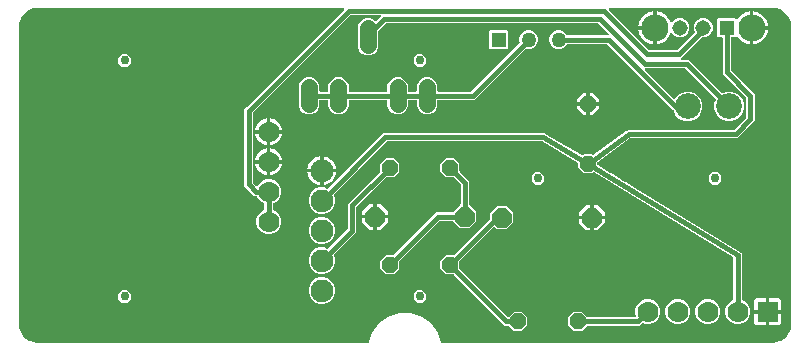
<source format=gbr>
G04 EAGLE Gerber RS-274X export*
G75*
%MOMM*%
%FSLAX34Y34*%
%LPD*%
%INTop Copper*%
%IPPOS*%
%AMOC8*
5,1,8,0,0,1.08239X$1,22.5*%
G01*
%ADD10P,1.429621X8X112.500000*%
%ADD11P,1.429621X8X22.500000*%
%ADD12P,1.429621X8X382.400000*%
%ADD13C,1.778000*%
%ADD14C,1.408000*%
%ADD15C,1.930400*%
%ADD16P,1.814519X8X22.500000*%
%ADD17P,1.814519X8X202.500000*%
%ADD18R,1.778000X1.778000*%
%ADD19C,2.184400*%
%ADD20R,1.268000X1.268000*%
%ADD21C,1.268000*%
%ADD22C,2.300000*%
%ADD23R,1.308000X1.308000*%
%ADD24C,1.308000*%
%ADD25C,0.406400*%
%ADD26C,0.756400*%

G36*
X306381Y10927D02*
X306381Y10927D01*
X306405Y10924D01*
X306502Y10946D01*
X306600Y10962D01*
X306621Y10974D01*
X306644Y10979D01*
X306730Y11031D01*
X306817Y11078D01*
X306834Y11095D01*
X306854Y11107D01*
X306918Y11184D01*
X306987Y11256D01*
X306997Y11278D01*
X307012Y11296D01*
X307081Y11449D01*
X309604Y19214D01*
X315362Y27138D01*
X323286Y32896D01*
X332602Y35923D01*
X342398Y35923D01*
X351714Y32896D01*
X359638Y27138D01*
X365396Y19214D01*
X367919Y11449D01*
X367930Y11428D01*
X367935Y11404D01*
X367986Y11319D01*
X368032Y11230D01*
X368049Y11214D01*
X368061Y11193D01*
X368137Y11128D01*
X368208Y11059D01*
X368230Y11049D01*
X368248Y11033D01*
X368340Y10996D01*
X368430Y10953D01*
X368454Y10950D01*
X368476Y10941D01*
X368643Y10923D01*
X650000Y10923D01*
X650018Y10926D01*
X650050Y10924D01*
X651788Y11038D01*
X651811Y11044D01*
X651935Y11063D01*
X655293Y11962D01*
X655307Y11969D01*
X655323Y11971D01*
X655476Y12038D01*
X658487Y13776D01*
X658499Y13786D01*
X658514Y13793D01*
X658645Y13897D01*
X661103Y16355D01*
X661112Y16368D01*
X661124Y16378D01*
X661224Y16513D01*
X662962Y19524D01*
X662967Y19538D01*
X662977Y19551D01*
X663038Y19707D01*
X663937Y23065D01*
X663940Y23089D01*
X663962Y23212D01*
X664076Y24950D01*
X664074Y24969D01*
X664077Y25000D01*
X664077Y280000D01*
X664074Y280019D01*
X664076Y280050D01*
X663962Y281788D01*
X663956Y281811D01*
X663937Y281935D01*
X663038Y285293D01*
X663031Y285307D01*
X663029Y285323D01*
X662962Y285476D01*
X661224Y288487D01*
X661214Y288499D01*
X661207Y288514D01*
X661103Y288645D01*
X658645Y291103D01*
X658632Y291112D01*
X658622Y291124D01*
X658487Y291224D01*
X655476Y292962D01*
X655462Y292967D01*
X655449Y292977D01*
X655293Y293038D01*
X651935Y293937D01*
X651911Y293940D01*
X651788Y293962D01*
X650050Y294076D01*
X650031Y294074D01*
X650000Y294077D01*
X510498Y294077D01*
X510427Y294066D01*
X510356Y294064D01*
X510307Y294046D01*
X510255Y294038D01*
X510192Y294004D01*
X510125Y293979D01*
X510084Y293947D01*
X510038Y293922D01*
X509989Y293870D01*
X509933Y293826D01*
X509904Y293782D01*
X509869Y293744D01*
X509838Y293679D01*
X509800Y293619D01*
X509787Y293568D01*
X509765Y293521D01*
X509757Y293450D01*
X509740Y293380D01*
X509744Y293328D01*
X509738Y293277D01*
X509753Y293206D01*
X509759Y293135D01*
X509779Y293087D01*
X509790Y293036D01*
X509827Y292975D01*
X509855Y292909D01*
X509900Y292853D01*
X509916Y292825D01*
X509934Y292810D01*
X509960Y292778D01*
X544014Y258724D01*
X544088Y258671D01*
X544157Y258611D01*
X544187Y258599D01*
X544214Y258580D01*
X544301Y258553D01*
X544385Y258519D01*
X544426Y258515D01*
X544449Y258508D01*
X544481Y258509D01*
X544552Y258501D01*
X567433Y258501D01*
X567523Y258515D01*
X567614Y258523D01*
X567644Y258535D01*
X567676Y258540D01*
X567757Y258583D01*
X567841Y258619D01*
X567873Y258645D01*
X567893Y258656D01*
X567916Y258679D01*
X567972Y258724D01*
X582515Y273267D01*
X582584Y273362D01*
X582653Y273456D01*
X582655Y273462D01*
X582659Y273467D01*
X582693Y273579D01*
X582729Y273690D01*
X582729Y273696D01*
X582731Y273702D01*
X582728Y273819D01*
X582727Y273936D01*
X582725Y273943D01*
X582725Y273948D01*
X582718Y273966D01*
X582680Y274097D01*
X581935Y275896D01*
X581935Y279104D01*
X583163Y282068D01*
X585432Y284337D01*
X588396Y285565D01*
X591604Y285565D01*
X594568Y284337D01*
X596837Y282068D01*
X598065Y279104D01*
X598065Y275896D01*
X596837Y272932D01*
X594568Y270663D01*
X591604Y269435D01*
X589059Y269435D01*
X588968Y269421D01*
X588878Y269413D01*
X588848Y269401D01*
X588816Y269396D01*
X588735Y269353D01*
X588651Y269317D01*
X588619Y269291D01*
X588598Y269280D01*
X588576Y269257D01*
X588520Y269212D01*
X573002Y253694D01*
X571020Y251712D01*
X570978Y251654D01*
X570929Y251602D01*
X570907Y251555D01*
X570877Y251513D01*
X570856Y251444D01*
X570825Y251379D01*
X570820Y251327D01*
X570804Y251277D01*
X570806Y251206D01*
X570798Y251135D01*
X570809Y251084D01*
X570811Y251032D01*
X570835Y250964D01*
X570850Y250894D01*
X570877Y250849D01*
X570895Y250801D01*
X570940Y250745D01*
X570977Y250683D01*
X571016Y250649D01*
X571049Y250609D01*
X571109Y250570D01*
X571164Y250523D01*
X571212Y250504D01*
X571256Y250476D01*
X571325Y250458D01*
X571392Y250431D01*
X571463Y250423D01*
X571494Y250415D01*
X571518Y250417D01*
X571558Y250413D01*
X577623Y250413D01*
X579930Y248106D01*
X605587Y222449D01*
X605681Y222382D01*
X605775Y222311D01*
X605781Y222309D01*
X605786Y222306D01*
X605897Y222272D01*
X606009Y222235D01*
X606016Y222235D01*
X606022Y222233D01*
X606138Y222236D01*
X606255Y222237D01*
X606262Y222240D01*
X606267Y222240D01*
X606285Y222246D01*
X606416Y222284D01*
X609440Y223537D01*
X614392Y223537D01*
X618967Y221642D01*
X622468Y218141D01*
X624363Y213566D01*
X624363Y208614D01*
X622468Y204039D01*
X618967Y200538D01*
X614392Y198643D01*
X609440Y198643D01*
X604865Y200538D01*
X601364Y204039D01*
X599469Y208614D01*
X599469Y213566D01*
X600722Y216590D01*
X600748Y216703D01*
X600777Y216817D01*
X600777Y216823D01*
X600778Y216829D01*
X600767Y216946D01*
X600758Y217062D01*
X600755Y217068D01*
X600755Y217074D01*
X600707Y217182D01*
X600662Y217288D01*
X600657Y217294D01*
X600655Y217299D01*
X600642Y217313D01*
X600557Y217419D01*
X574900Y243076D01*
X574826Y243129D01*
X574756Y243189D01*
X574726Y243201D01*
X574700Y243220D01*
X574613Y243247D01*
X574528Y243281D01*
X574487Y243285D01*
X574465Y243292D01*
X574433Y243291D01*
X574361Y243299D01*
X541069Y243299D01*
X540998Y243288D01*
X540926Y243286D01*
X540877Y243268D01*
X540826Y243260D01*
X540762Y243226D01*
X540695Y243201D01*
X540654Y243169D01*
X540608Y243144D01*
X540559Y243092D01*
X540503Y243048D01*
X540475Y243004D01*
X540439Y242966D01*
X540409Y242901D01*
X540370Y242841D01*
X540357Y242790D01*
X540335Y242743D01*
X540327Y242672D01*
X540310Y242602D01*
X540314Y242550D01*
X540308Y242499D01*
X540324Y242428D01*
X540329Y242357D01*
X540349Y242309D01*
X540361Y242258D01*
X540397Y242197D01*
X540425Y242131D01*
X540470Y242075D01*
X540487Y242047D01*
X540505Y242032D01*
X540530Y242000D01*
X564980Y217550D01*
X565017Y217523D01*
X565049Y217489D01*
X565117Y217452D01*
X565180Y217406D01*
X565224Y217393D01*
X565264Y217371D01*
X565341Y217357D01*
X565415Y217334D01*
X565461Y217335D01*
X565506Y217327D01*
X565583Y217338D01*
X565661Y217340D01*
X565704Y217356D01*
X565749Y217363D01*
X565819Y217398D01*
X565892Y217425D01*
X565928Y217453D01*
X565969Y217474D01*
X566023Y217530D01*
X566084Y217578D01*
X566109Y217617D01*
X566141Y217650D01*
X566207Y217769D01*
X566217Y217785D01*
X566218Y217790D01*
X566222Y217797D01*
X566364Y218141D01*
X569865Y221642D01*
X574440Y223537D01*
X579392Y223537D01*
X583967Y221642D01*
X587468Y218141D01*
X589363Y213566D01*
X589363Y208614D01*
X587468Y204039D01*
X583967Y200538D01*
X579392Y198643D01*
X574440Y198643D01*
X569865Y200538D01*
X566364Y204039D01*
X564961Y207427D01*
X564926Y207483D01*
X564901Y207543D01*
X564849Y207608D01*
X564831Y207636D01*
X564816Y207649D01*
X564796Y207674D01*
X563720Y208750D01*
X508800Y263670D01*
X508726Y263723D01*
X508656Y263783D01*
X508626Y263795D01*
X508600Y263814D01*
X508513Y263841D01*
X508428Y263875D01*
X508387Y263879D01*
X508365Y263886D01*
X508333Y263885D01*
X508261Y263893D01*
X475100Y263893D01*
X474985Y263874D01*
X474869Y263857D01*
X474864Y263855D01*
X474857Y263854D01*
X474755Y263799D01*
X474650Y263746D01*
X474646Y263741D01*
X474640Y263738D01*
X474560Y263654D01*
X474478Y263570D01*
X474474Y263564D01*
X474471Y263560D01*
X474463Y263543D01*
X474397Y263423D01*
X474219Y262995D01*
X472007Y260783D01*
X469116Y259585D01*
X465988Y259585D01*
X463097Y260783D01*
X460885Y262995D01*
X459687Y265886D01*
X459687Y269014D01*
X460885Y271905D01*
X463097Y274117D01*
X465988Y275315D01*
X469116Y275315D01*
X472007Y274117D01*
X474219Y271905D01*
X474397Y271477D01*
X474458Y271377D01*
X474518Y271277D01*
X474523Y271273D01*
X474526Y271268D01*
X474617Y271193D01*
X474705Y271117D01*
X474711Y271115D01*
X474716Y271111D01*
X474824Y271069D01*
X474933Y271025D01*
X474941Y271024D01*
X474946Y271023D01*
X474964Y271022D01*
X475100Y271007D01*
X509430Y271007D01*
X509501Y271018D01*
X509573Y271020D01*
X509622Y271038D01*
X509673Y271046D01*
X509736Y271080D01*
X509804Y271105D01*
X509844Y271137D01*
X509890Y271162D01*
X509940Y271214D01*
X509996Y271258D01*
X510024Y271302D01*
X510060Y271340D01*
X510090Y271405D01*
X510129Y271465D01*
X510142Y271516D01*
X510163Y271563D01*
X510171Y271634D01*
X510189Y271704D01*
X510185Y271756D01*
X510191Y271807D01*
X510175Y271878D01*
X510170Y271949D01*
X510149Y271997D01*
X510138Y272048D01*
X510101Y272109D01*
X510073Y272175D01*
X510029Y272231D01*
X510012Y272259D01*
X509994Y272274D01*
X509969Y272306D01*
X501055Y281220D01*
X500981Y281273D01*
X500911Y281333D01*
X500881Y281345D01*
X500855Y281364D01*
X500768Y281391D01*
X500683Y281425D01*
X500642Y281429D01*
X500620Y281436D01*
X500588Y281435D01*
X500516Y281443D01*
X321789Y281443D01*
X321698Y281429D01*
X321608Y281421D01*
X321578Y281409D01*
X321546Y281404D01*
X321465Y281361D01*
X321381Y281325D01*
X321349Y281299D01*
X321328Y281288D01*
X321306Y281265D01*
X321250Y281220D01*
X314970Y274940D01*
X314917Y274866D01*
X314857Y274796D01*
X314845Y274766D01*
X314826Y274740D01*
X314799Y274653D01*
X314765Y274568D01*
X314761Y274527D01*
X314754Y274505D01*
X314755Y274473D01*
X314747Y274401D01*
X314747Y261211D01*
X313443Y258063D01*
X311034Y255654D01*
X307886Y254350D01*
X304478Y254350D01*
X301330Y255654D01*
X298921Y258063D01*
X297617Y261211D01*
X297617Y278699D01*
X298921Y281847D01*
X301330Y284256D01*
X304478Y285560D01*
X307886Y285560D01*
X311034Y284256D01*
X312091Y283198D01*
X312108Y283186D01*
X312120Y283171D01*
X312207Y283115D01*
X312291Y283054D01*
X312310Y283049D01*
X312327Y283038D01*
X312427Y283012D01*
X312526Y282982D01*
X312546Y282983D01*
X312565Y282978D01*
X312668Y282986D01*
X312772Y282988D01*
X312791Y282995D01*
X312811Y282997D01*
X312906Y283037D01*
X313003Y283073D01*
X313019Y283085D01*
X313037Y283093D01*
X313168Y283198D01*
X317160Y287190D01*
X317202Y287248D01*
X317251Y287300D01*
X317273Y287347D01*
X317303Y287389D01*
X317324Y287458D01*
X317355Y287523D01*
X317360Y287575D01*
X317376Y287625D01*
X317374Y287696D01*
X317382Y287767D01*
X317371Y287818D01*
X317369Y287870D01*
X317345Y287938D01*
X317329Y288008D01*
X317303Y288052D01*
X317285Y288101D01*
X317240Y288157D01*
X317203Y288219D01*
X317164Y288253D01*
X317131Y288293D01*
X317071Y288332D01*
X317016Y288379D01*
X316968Y288398D01*
X316924Y288426D01*
X316855Y288444D01*
X316788Y288471D01*
X316717Y288479D01*
X316686Y288487D01*
X316662Y288485D01*
X316621Y288489D01*
X291789Y288489D01*
X291698Y288475D01*
X291608Y288467D01*
X291578Y288455D01*
X291546Y288450D01*
X291465Y288407D01*
X291381Y288371D01*
X291349Y288345D01*
X291328Y288334D01*
X291306Y288311D01*
X291250Y288266D01*
X208780Y205796D01*
X208727Y205722D01*
X208667Y205652D01*
X208655Y205622D01*
X208636Y205596D01*
X208609Y205509D01*
X208575Y205424D01*
X208571Y205383D01*
X208564Y205361D01*
X208565Y205329D01*
X208557Y205257D01*
X208557Y146789D01*
X208571Y146698D01*
X208579Y146608D01*
X208591Y146578D01*
X208596Y146546D01*
X208639Y146465D01*
X208675Y146381D01*
X208701Y146349D01*
X208712Y146328D01*
X208735Y146306D01*
X208780Y146250D01*
X211571Y143459D01*
X211608Y143433D01*
X211639Y143399D01*
X211707Y143361D01*
X211770Y143316D01*
X211814Y143302D01*
X211854Y143280D01*
X211931Y143266D01*
X212005Y143243D01*
X212051Y143245D01*
X212096Y143237D01*
X212173Y143248D01*
X212251Y143250D01*
X212294Y143266D01*
X212340Y143272D01*
X212409Y143308D01*
X212482Y143334D01*
X212518Y143363D01*
X212559Y143384D01*
X212614Y143439D01*
X212674Y143488D01*
X212699Y143527D01*
X212731Y143559D01*
X212797Y143679D01*
X212807Y143695D01*
X212809Y143700D01*
X212812Y143706D01*
X213182Y144600D01*
X216112Y147530D01*
X219940Y149115D01*
X224083Y149115D01*
X227911Y147530D01*
X230841Y144600D01*
X232426Y140772D01*
X232426Y136629D01*
X230841Y132801D01*
X227911Y129871D01*
X226038Y129096D01*
X225939Y129034D01*
X225839Y128974D01*
X225834Y128969D01*
X225829Y128966D01*
X225755Y128876D01*
X225679Y128787D01*
X225676Y128781D01*
X225672Y128776D01*
X225631Y128668D01*
X225587Y128559D01*
X225586Y128551D01*
X225584Y128547D01*
X225583Y128529D01*
X225568Y128392D01*
X225568Y123609D01*
X225587Y123494D01*
X225604Y123378D01*
X225607Y123372D01*
X225608Y123366D01*
X225662Y123263D01*
X225716Y123159D01*
X225720Y123154D01*
X225723Y123149D01*
X225807Y123069D01*
X225891Y122986D01*
X225898Y122983D01*
X225901Y122979D01*
X225918Y122971D01*
X226038Y122905D01*
X227911Y122130D01*
X230841Y119200D01*
X232426Y115372D01*
X232426Y111229D01*
X230841Y107401D01*
X227911Y104471D01*
X224083Y102886D01*
X219940Y102886D01*
X216112Y104471D01*
X213182Y107401D01*
X211597Y111229D01*
X211597Y115372D01*
X213182Y119200D01*
X216112Y122130D01*
X217985Y122905D01*
X218084Y122967D01*
X218184Y123027D01*
X218189Y123032D01*
X218194Y123035D01*
X218268Y123125D01*
X218344Y123214D01*
X218347Y123220D01*
X218351Y123225D01*
X218392Y123333D01*
X218436Y123442D01*
X218437Y123450D01*
X218439Y123454D01*
X218440Y123472D01*
X218455Y123609D01*
X218455Y128392D01*
X218436Y128507D01*
X218419Y128623D01*
X218416Y128629D01*
X218415Y128635D01*
X218361Y128738D01*
X218307Y128842D01*
X218303Y128847D01*
X218300Y128852D01*
X218216Y128932D01*
X218132Y129015D01*
X218125Y129018D01*
X218122Y129022D01*
X218105Y129030D01*
X217985Y129096D01*
X216112Y129871D01*
X213182Y132801D01*
X212407Y134674D01*
X212345Y134773D01*
X212285Y134873D01*
X212280Y134878D01*
X212277Y134883D01*
X212187Y134957D01*
X212098Y135033D01*
X212092Y135036D01*
X212087Y135040D01*
X211979Y135081D01*
X211870Y135125D01*
X211862Y135126D01*
X211858Y135128D01*
X211840Y135129D01*
X211703Y135144D01*
X209826Y135144D01*
X201443Y143527D01*
X201443Y208519D01*
X203750Y210826D01*
X285702Y292778D01*
X285744Y292836D01*
X285793Y292888D01*
X285815Y292935D01*
X285845Y292977D01*
X285866Y293046D01*
X285897Y293111D01*
X285902Y293163D01*
X285918Y293213D01*
X285916Y293284D01*
X285924Y293355D01*
X285913Y293406D01*
X285911Y293458D01*
X285887Y293526D01*
X285871Y293596D01*
X285845Y293640D01*
X285827Y293689D01*
X285782Y293745D01*
X285745Y293807D01*
X285706Y293841D01*
X285673Y293881D01*
X285613Y293920D01*
X285558Y293967D01*
X285510Y293986D01*
X285466Y294014D01*
X285397Y294032D01*
X285330Y294059D01*
X285259Y294067D01*
X285228Y294075D01*
X285204Y294073D01*
X285163Y294077D01*
X25000Y294077D01*
X24981Y294074D01*
X24950Y294076D01*
X23212Y293962D01*
X23189Y293956D01*
X23065Y293937D01*
X19707Y293038D01*
X19693Y293031D01*
X19677Y293029D01*
X19524Y292962D01*
X16513Y291224D01*
X16501Y291214D01*
X16486Y291207D01*
X16355Y291103D01*
X13897Y288645D01*
X13888Y288632D01*
X13876Y288622D01*
X13776Y288487D01*
X12038Y285476D01*
X12033Y285462D01*
X12023Y285449D01*
X11962Y285293D01*
X11063Y281935D01*
X11060Y281911D01*
X11038Y281788D01*
X10924Y280050D01*
X10926Y280031D01*
X10923Y280000D01*
X10923Y25000D01*
X10926Y24982D01*
X10924Y24950D01*
X11038Y23212D01*
X11044Y23189D01*
X11063Y23065D01*
X11962Y19707D01*
X11969Y19693D01*
X11971Y19677D01*
X12038Y19524D01*
X13776Y16513D01*
X13786Y16501D01*
X13793Y16486D01*
X13897Y16355D01*
X16355Y13897D01*
X16368Y13888D01*
X16378Y13876D01*
X16513Y13776D01*
X19524Y12038D01*
X19538Y12033D01*
X19551Y12023D01*
X19707Y11962D01*
X23065Y11063D01*
X23089Y11060D01*
X23212Y11038D01*
X24950Y10924D01*
X24969Y10926D01*
X25000Y10923D01*
X306357Y10923D01*
X306381Y10927D01*
G37*
%LPC*%
G36*
X616974Y26685D02*
X616974Y26685D01*
X613146Y28271D01*
X610217Y31200D01*
X608631Y35028D01*
X608631Y39172D01*
X610217Y43000D01*
X613146Y45929D01*
X615019Y46705D01*
X615119Y46766D01*
X615219Y46826D01*
X615223Y46831D01*
X615228Y46835D01*
X615303Y46925D01*
X615379Y47013D01*
X615381Y47019D01*
X615385Y47024D01*
X615427Y47132D01*
X615471Y47242D01*
X615472Y47249D01*
X615473Y47254D01*
X615474Y47272D01*
X615489Y47408D01*
X615489Y82379D01*
X615480Y82436D01*
X615480Y82494D01*
X615460Y82557D01*
X615450Y82622D01*
X615422Y82673D01*
X615404Y82728D01*
X615365Y82781D01*
X615334Y82839D01*
X615292Y82879D01*
X615258Y82925D01*
X615179Y82986D01*
X615156Y83008D01*
X615143Y83014D01*
X615125Y83028D01*
X497334Y155085D01*
X497285Y155106D01*
X497240Y155135D01*
X497171Y155152D01*
X497106Y155178D01*
X497053Y155182D01*
X497001Y155195D01*
X496931Y155189D01*
X496861Y155193D01*
X496809Y155180D01*
X496756Y155175D01*
X496691Y155148D01*
X496623Y155130D01*
X496579Y155100D01*
X496530Y155079D01*
X496443Y155009D01*
X496418Y154993D01*
X496412Y154985D01*
X496399Y154974D01*
X495644Y154220D01*
X488910Y154220D01*
X484148Y158981D01*
X484148Y162608D01*
X484138Y162670D01*
X484138Y162733D01*
X484118Y162791D01*
X484109Y162851D01*
X484079Y162906D01*
X484059Y162966D01*
X484022Y163015D01*
X483993Y163068D01*
X483948Y163112D01*
X483910Y163162D01*
X483839Y163215D01*
X483815Y163238D01*
X483799Y163245D01*
X483776Y163263D01*
X453360Y181336D01*
X453249Y181380D01*
X453138Y181425D01*
X453134Y181425D01*
X453131Y181426D01*
X453119Y181427D01*
X452971Y181443D01*
X322646Y181443D01*
X322556Y181429D01*
X322465Y181421D01*
X322435Y181409D01*
X322403Y181404D01*
X322323Y181361D01*
X322239Y181325D01*
X322207Y181299D01*
X322186Y181288D01*
X322185Y181288D01*
X322164Y181265D01*
X322108Y181220D01*
X277380Y136492D01*
X277312Y136398D01*
X277242Y136304D01*
X277240Y136298D01*
X277236Y136292D01*
X277202Y136182D01*
X277166Y136070D01*
X277166Y136063D01*
X277164Y136057D01*
X277167Y135941D01*
X277168Y135824D01*
X277170Y135817D01*
X277170Y135812D01*
X277177Y135794D01*
X277215Y135663D01*
X278169Y133358D01*
X278169Y128912D01*
X276468Y124804D01*
X273324Y121660D01*
X269216Y119958D01*
X264769Y119958D01*
X260661Y121660D01*
X257517Y124804D01*
X255816Y128912D01*
X255816Y133358D01*
X257517Y137466D01*
X260661Y140610D01*
X264769Y142312D01*
X269216Y142312D01*
X271520Y141357D01*
X271634Y141331D01*
X271747Y141302D01*
X271754Y141302D01*
X271760Y141301D01*
X271876Y141312D01*
X271992Y141321D01*
X271998Y141324D01*
X272004Y141324D01*
X272112Y141372D01*
X272219Y141417D01*
X272225Y141422D01*
X272229Y141424D01*
X272243Y141437D01*
X272350Y141522D01*
X319384Y188557D01*
X453616Y188557D01*
X453627Y188559D01*
X453638Y188557D01*
X453804Y188580D01*
X454707Y188810D01*
X454954Y188664D01*
X455066Y188620D01*
X455176Y188575D01*
X455181Y188575D01*
X455183Y188574D01*
X455195Y188573D01*
X455343Y188557D01*
X455630Y188557D01*
X456290Y187897D01*
X456298Y187891D01*
X456305Y187882D01*
X456439Y187781D01*
X487153Y169531D01*
X487198Y169513D01*
X487239Y169487D01*
X487311Y169468D01*
X487382Y169441D01*
X487430Y169439D01*
X487477Y169427D01*
X487552Y169433D01*
X487627Y169429D01*
X487674Y169442D01*
X487722Y169446D01*
X487792Y169475D01*
X487864Y169496D01*
X487904Y169523D01*
X487949Y169542D01*
X488048Y169621D01*
X488067Y169634D01*
X488071Y169640D01*
X488080Y169647D01*
X488910Y170477D01*
X495644Y170477D01*
X495966Y170156D01*
X496032Y170108D01*
X496092Y170054D01*
X496131Y170037D01*
X496165Y170012D01*
X496243Y169988D01*
X496317Y169956D01*
X496360Y169952D01*
X496401Y169940D01*
X496482Y169942D01*
X496562Y169935D01*
X496604Y169945D01*
X496646Y169946D01*
X496723Y169974D01*
X496801Y169993D01*
X496850Y170021D01*
X496877Y170030D01*
X496900Y170048D01*
X496948Y170075D01*
X524986Y190184D01*
X525009Y190208D01*
X525081Y190265D01*
X525873Y191057D01*
X525958Y191057D01*
X525987Y191061D01*
X526016Y191059D01*
X526108Y191081D01*
X526200Y191096D01*
X526226Y191110D01*
X526255Y191117D01*
X526401Y191199D01*
X526470Y191249D01*
X527576Y191067D01*
X527608Y191067D01*
X527699Y191057D01*
X615711Y191057D01*
X615802Y191071D01*
X615892Y191079D01*
X615922Y191091D01*
X615954Y191096D01*
X616035Y191139D01*
X616119Y191175D01*
X616151Y191201D01*
X616172Y191212D01*
X616194Y191235D01*
X616250Y191280D01*
X626220Y201250D01*
X626273Y201324D01*
X626333Y201394D01*
X626345Y201424D01*
X626364Y201450D01*
X626391Y201537D01*
X626425Y201622D01*
X626429Y201663D01*
X626436Y201685D01*
X626435Y201717D01*
X626443Y201789D01*
X626443Y218211D01*
X626429Y218302D01*
X626421Y218392D01*
X626409Y218422D01*
X626404Y218454D01*
X626361Y218535D01*
X626325Y218619D01*
X626299Y218651D01*
X626288Y218672D01*
X626265Y218694D01*
X626220Y218750D01*
X606443Y238527D01*
X606443Y268674D01*
X606440Y268694D01*
X606442Y268713D01*
X606420Y268815D01*
X606404Y268917D01*
X606394Y268934D01*
X606390Y268954D01*
X606337Y269043D01*
X606288Y269134D01*
X606274Y269148D01*
X606264Y269165D01*
X606185Y269232D01*
X606110Y269304D01*
X606092Y269312D01*
X606077Y269325D01*
X605981Y269364D01*
X605887Y269407D01*
X605867Y269409D01*
X605849Y269417D01*
X605682Y269435D01*
X602828Y269435D01*
X601935Y270328D01*
X601935Y284672D01*
X602828Y285565D01*
X617172Y285565D01*
X617892Y284844D01*
X617957Y284798D01*
X618016Y284744D01*
X618056Y284726D01*
X618092Y284700D01*
X618168Y284677D01*
X618241Y284645D01*
X618285Y284641D01*
X618327Y284628D01*
X618407Y284630D01*
X618486Y284623D01*
X618529Y284633D01*
X618573Y284634D01*
X618648Y284662D01*
X618725Y284680D01*
X618762Y284704D01*
X618804Y284719D01*
X618866Y284769D01*
X618933Y284811D01*
X618973Y284854D01*
X618996Y284873D01*
X619011Y284896D01*
X619046Y284935D01*
X620290Y286647D01*
X621853Y288210D01*
X623641Y289509D01*
X625610Y290512D01*
X627712Y291195D01*
X629477Y291475D01*
X629477Y278262D01*
X629480Y278242D01*
X629478Y278223D01*
X629500Y278121D01*
X629517Y278019D01*
X629526Y278002D01*
X629530Y277982D01*
X629583Y277893D01*
X629632Y277802D01*
X629646Y277788D01*
X629656Y277771D01*
X629735Y277704D01*
X629810Y277633D01*
X629828Y277624D01*
X629843Y277611D01*
X629939Y277573D01*
X630033Y277529D01*
X630053Y277527D01*
X630071Y277519D01*
X630238Y277501D01*
X631001Y277501D01*
X631001Y277499D01*
X630238Y277499D01*
X630218Y277496D01*
X630199Y277498D01*
X630097Y277476D01*
X629995Y277459D01*
X629978Y277450D01*
X629958Y277446D01*
X629869Y277393D01*
X629778Y277344D01*
X629764Y277330D01*
X629747Y277320D01*
X629680Y277241D01*
X629609Y277166D01*
X629600Y277148D01*
X629587Y277133D01*
X629548Y277037D01*
X629505Y276943D01*
X629503Y276923D01*
X629495Y276905D01*
X629477Y276738D01*
X629477Y263525D01*
X627712Y263805D01*
X625610Y264488D01*
X623641Y265491D01*
X621853Y266790D01*
X620290Y268353D01*
X619046Y270065D01*
X618990Y270121D01*
X618940Y270183D01*
X618903Y270207D01*
X618872Y270238D01*
X618800Y270273D01*
X618733Y270316D01*
X618690Y270327D01*
X618651Y270346D01*
X618572Y270357D01*
X618495Y270376D01*
X618451Y270373D01*
X618407Y270379D01*
X618329Y270363D01*
X618250Y270357D01*
X618209Y270340D01*
X618165Y270331D01*
X618096Y270292D01*
X618023Y270261D01*
X617977Y270224D01*
X617952Y270210D01*
X617933Y270189D01*
X617892Y270156D01*
X617172Y269435D01*
X614318Y269435D01*
X614298Y269432D01*
X614279Y269434D01*
X614177Y269412D01*
X614075Y269396D01*
X614058Y269386D01*
X614038Y269382D01*
X613949Y269329D01*
X613858Y269280D01*
X613844Y269266D01*
X613827Y269256D01*
X613760Y269177D01*
X613688Y269102D01*
X613680Y269084D01*
X613667Y269069D01*
X613628Y268973D01*
X613585Y268879D01*
X613583Y268859D01*
X613575Y268841D01*
X613557Y268674D01*
X613557Y241789D01*
X613571Y241698D01*
X613579Y241608D01*
X613591Y241578D01*
X613596Y241546D01*
X613639Y241465D01*
X613675Y241381D01*
X613701Y241349D01*
X613712Y241328D01*
X613735Y241306D01*
X613780Y241250D01*
X633557Y221473D01*
X633557Y198527D01*
X618973Y183943D01*
X528734Y183943D01*
X528705Y183939D01*
X528676Y183941D01*
X528584Y183919D01*
X528492Y183904D01*
X528466Y183890D01*
X528437Y183883D01*
X528291Y183801D01*
X500723Y164029D01*
X500702Y164008D01*
X500676Y163992D01*
X500615Y163921D01*
X500549Y163856D01*
X500536Y163829D01*
X500516Y163806D01*
X500481Y163719D01*
X500440Y163635D01*
X500436Y163605D01*
X500424Y163577D01*
X500406Y163411D01*
X500406Y161972D01*
X500415Y161915D01*
X500415Y161857D01*
X500435Y161794D01*
X500445Y161729D01*
X500473Y161678D01*
X500491Y161623D01*
X500530Y161570D01*
X500561Y161512D01*
X500603Y161472D01*
X500637Y161425D01*
X500716Y161364D01*
X500739Y161342D01*
X500752Y161336D01*
X500770Y161323D01*
X501298Y160999D01*
X502542Y160238D01*
X502543Y160238D01*
X503787Y159477D01*
X505031Y158716D01*
X506276Y157954D01*
X507520Y157193D01*
X508764Y156432D01*
X508765Y156432D01*
X510009Y155671D01*
X511253Y154909D01*
X512498Y154148D01*
X513742Y153387D01*
X514986Y152626D01*
X514987Y152626D01*
X516231Y151864D01*
X517475Y151103D01*
X518720Y150342D01*
X519964Y149581D01*
X521209Y148819D01*
X522453Y148058D01*
X523697Y147297D01*
X524942Y146536D01*
X526186Y145774D01*
X527431Y145013D01*
X528675Y144252D01*
X529919Y143491D01*
X531164Y142729D01*
X532408Y141968D01*
X619517Y88681D01*
X619865Y88468D01*
X619866Y88467D01*
X619867Y88466D01*
X619983Y88419D01*
X620093Y88375D01*
X620094Y88375D01*
X620095Y88374D01*
X620262Y88356D01*
X620519Y88356D01*
X621198Y87677D01*
X621203Y87673D01*
X621207Y87668D01*
X621339Y87566D01*
X622005Y87158D01*
X622006Y87158D01*
X622159Y87064D01*
X622219Y86814D01*
X622220Y86813D01*
X622220Y86812D01*
X622237Y86770D01*
X622238Y86768D01*
X622239Y86766D01*
X622266Y86702D01*
X622314Y86588D01*
X622315Y86587D01*
X622316Y86585D01*
X622421Y86454D01*
X622603Y86272D01*
X622603Y85312D01*
X622604Y85306D01*
X622603Y85300D01*
X622624Y85134D01*
X622849Y84200D01*
X622715Y83980D01*
X622714Y83979D01*
X622713Y83978D01*
X622667Y83863D01*
X622622Y83753D01*
X622622Y83751D01*
X622621Y83750D01*
X622603Y83583D01*
X622603Y47408D01*
X622622Y47293D01*
X622639Y47177D01*
X622641Y47172D01*
X622642Y47165D01*
X622697Y47063D01*
X622750Y46958D01*
X622755Y46954D01*
X622758Y46948D01*
X622842Y46868D01*
X622926Y46786D01*
X622932Y46782D01*
X622936Y46779D01*
X622953Y46771D01*
X623073Y46705D01*
X624946Y45929D01*
X627875Y43000D01*
X629461Y39172D01*
X629461Y35028D01*
X627875Y31200D01*
X624946Y28271D01*
X621118Y26685D01*
X616974Y26685D01*
G37*
%LPD*%
%LPC*%
G36*
X254478Y204350D02*
X254478Y204350D01*
X251330Y205654D01*
X248921Y208063D01*
X247617Y211211D01*
X247617Y228699D01*
X248921Y231847D01*
X251330Y234256D01*
X254478Y235560D01*
X257886Y235560D01*
X261034Y234256D01*
X263443Y231847D01*
X264747Y228699D01*
X264747Y224273D01*
X264750Y224253D01*
X264748Y224234D01*
X264770Y224132D01*
X264786Y224030D01*
X264796Y224013D01*
X264800Y223993D01*
X264853Y223904D01*
X264902Y223813D01*
X264916Y223799D01*
X264926Y223782D01*
X265005Y223715D01*
X265080Y223643D01*
X265098Y223635D01*
X265113Y223622D01*
X265209Y223583D01*
X265303Y223540D01*
X265323Y223538D01*
X265341Y223530D01*
X265508Y223512D01*
X271856Y223512D01*
X271876Y223515D01*
X271895Y223513D01*
X271997Y223535D01*
X272099Y223551D01*
X272116Y223561D01*
X272136Y223565D01*
X272225Y223618D01*
X272316Y223667D01*
X272330Y223681D01*
X272347Y223691D01*
X272414Y223770D01*
X272486Y223845D01*
X272494Y223863D01*
X272507Y223878D01*
X272546Y223974D01*
X272589Y224068D01*
X272591Y224088D01*
X272599Y224106D01*
X272617Y224273D01*
X272617Y228699D01*
X273921Y231847D01*
X276330Y234256D01*
X279478Y235560D01*
X282886Y235560D01*
X286034Y234256D01*
X288443Y231847D01*
X289747Y228699D01*
X289747Y224273D01*
X289750Y224253D01*
X289748Y224234D01*
X289770Y224132D01*
X289786Y224030D01*
X289796Y224013D01*
X289800Y223993D01*
X289853Y223904D01*
X289902Y223813D01*
X289916Y223799D01*
X289926Y223782D01*
X290005Y223715D01*
X290080Y223643D01*
X290098Y223635D01*
X290113Y223622D01*
X290209Y223583D01*
X290303Y223540D01*
X290323Y223538D01*
X290341Y223530D01*
X290508Y223512D01*
X321856Y223512D01*
X321876Y223515D01*
X321895Y223513D01*
X321997Y223535D01*
X322099Y223551D01*
X322116Y223561D01*
X322136Y223565D01*
X322225Y223618D01*
X322316Y223667D01*
X322330Y223681D01*
X322347Y223691D01*
X322414Y223770D01*
X322486Y223845D01*
X322494Y223863D01*
X322507Y223878D01*
X322546Y223974D01*
X322589Y224068D01*
X322591Y224088D01*
X322599Y224106D01*
X322617Y224273D01*
X322617Y228699D01*
X323921Y231847D01*
X326330Y234256D01*
X329478Y235560D01*
X332886Y235560D01*
X336034Y234256D01*
X338443Y231847D01*
X339747Y228699D01*
X339747Y224273D01*
X339750Y224253D01*
X339748Y224234D01*
X339770Y224132D01*
X339786Y224030D01*
X339796Y224013D01*
X339800Y223993D01*
X339853Y223904D01*
X339902Y223813D01*
X339916Y223799D01*
X339926Y223782D01*
X340005Y223715D01*
X340080Y223643D01*
X340098Y223635D01*
X340113Y223622D01*
X340209Y223583D01*
X340303Y223540D01*
X340323Y223538D01*
X340341Y223530D01*
X340508Y223512D01*
X346856Y223512D01*
X346876Y223515D01*
X346895Y223513D01*
X346997Y223535D01*
X347099Y223551D01*
X347116Y223561D01*
X347136Y223565D01*
X347225Y223618D01*
X347316Y223667D01*
X347330Y223681D01*
X347347Y223691D01*
X347414Y223770D01*
X347486Y223845D01*
X347494Y223863D01*
X347507Y223878D01*
X347546Y223974D01*
X347589Y224068D01*
X347591Y224088D01*
X347599Y224106D01*
X347617Y224273D01*
X347617Y228699D01*
X348921Y231847D01*
X351330Y234256D01*
X354478Y235560D01*
X357886Y235560D01*
X361034Y234256D01*
X363443Y231847D01*
X364747Y228699D01*
X364747Y224273D01*
X364750Y224253D01*
X364748Y224234D01*
X364770Y224132D01*
X364786Y224030D01*
X364796Y224013D01*
X364800Y223993D01*
X364853Y223904D01*
X364902Y223813D01*
X364916Y223799D01*
X364926Y223782D01*
X365005Y223715D01*
X365080Y223643D01*
X365098Y223635D01*
X365113Y223622D01*
X365209Y223583D01*
X365303Y223540D01*
X365323Y223538D01*
X365341Y223530D01*
X365508Y223512D01*
X392868Y223512D01*
X392959Y223526D01*
X393049Y223534D01*
X393079Y223546D01*
X393111Y223551D01*
X393192Y223594D01*
X393276Y223630D01*
X393308Y223656D01*
X393329Y223667D01*
X393351Y223690D01*
X393407Y223735D01*
X434300Y264628D01*
X434367Y264722D01*
X434438Y264816D01*
X434440Y264822D01*
X434443Y264827D01*
X434477Y264938D01*
X434514Y265050D01*
X434514Y265056D01*
X434516Y265062D01*
X434513Y265179D01*
X434512Y265191D01*
X434516Y265220D01*
X434512Y265237D01*
X434511Y265296D01*
X434509Y265303D01*
X434509Y265308D01*
X434503Y265326D01*
X434465Y265457D01*
X434287Y265886D01*
X434287Y269014D01*
X435485Y271905D01*
X437697Y274117D01*
X440588Y275315D01*
X443716Y275315D01*
X446607Y274117D01*
X448819Y271905D01*
X450017Y269014D01*
X450017Y265886D01*
X448819Y262995D01*
X446607Y260783D01*
X443716Y259585D01*
X440588Y259585D01*
X440159Y259763D01*
X440046Y259789D01*
X439932Y259818D01*
X439926Y259817D01*
X439920Y259819D01*
X439803Y259808D01*
X439687Y259799D01*
X439681Y259796D01*
X439675Y259796D01*
X439567Y259748D01*
X439461Y259702D01*
X439455Y259698D01*
X439450Y259696D01*
X439436Y259683D01*
X439330Y259598D01*
X398437Y218705D01*
X396130Y216398D01*
X365508Y216398D01*
X365488Y216395D01*
X365469Y216397D01*
X365367Y216375D01*
X365265Y216359D01*
X365248Y216349D01*
X365228Y216345D01*
X365139Y216292D01*
X365048Y216243D01*
X365034Y216229D01*
X365017Y216219D01*
X364950Y216140D01*
X364878Y216065D01*
X364870Y216047D01*
X364857Y216032D01*
X364818Y215936D01*
X364775Y215842D01*
X364773Y215822D01*
X364765Y215804D01*
X364747Y215637D01*
X364747Y211211D01*
X363443Y208063D01*
X361034Y205654D01*
X357886Y204350D01*
X354478Y204350D01*
X351330Y205654D01*
X348921Y208063D01*
X347617Y211211D01*
X347617Y215637D01*
X347614Y215657D01*
X347616Y215676D01*
X347594Y215778D01*
X347578Y215880D01*
X347568Y215897D01*
X347564Y215917D01*
X347511Y216006D01*
X347462Y216097D01*
X347448Y216111D01*
X347438Y216128D01*
X347359Y216195D01*
X347284Y216267D01*
X347266Y216275D01*
X347251Y216288D01*
X347155Y216327D01*
X347061Y216370D01*
X347041Y216372D01*
X347023Y216380D01*
X346856Y216398D01*
X340508Y216398D01*
X340488Y216395D01*
X340469Y216397D01*
X340367Y216375D01*
X340265Y216359D01*
X340248Y216349D01*
X340228Y216345D01*
X340139Y216292D01*
X340048Y216243D01*
X340034Y216229D01*
X340017Y216219D01*
X339950Y216140D01*
X339878Y216065D01*
X339870Y216047D01*
X339857Y216032D01*
X339818Y215936D01*
X339775Y215842D01*
X339773Y215822D01*
X339765Y215804D01*
X339747Y215637D01*
X339747Y211211D01*
X338443Y208063D01*
X336034Y205654D01*
X332886Y204350D01*
X329478Y204350D01*
X326330Y205654D01*
X323921Y208063D01*
X322617Y211211D01*
X322617Y215637D01*
X322614Y215657D01*
X322616Y215676D01*
X322594Y215778D01*
X322578Y215880D01*
X322568Y215897D01*
X322564Y215917D01*
X322511Y216006D01*
X322462Y216097D01*
X322448Y216111D01*
X322438Y216128D01*
X322359Y216195D01*
X322284Y216267D01*
X322266Y216275D01*
X322251Y216288D01*
X322155Y216327D01*
X322061Y216370D01*
X322041Y216372D01*
X322023Y216380D01*
X321856Y216398D01*
X290508Y216398D01*
X290488Y216395D01*
X290469Y216397D01*
X290367Y216375D01*
X290265Y216359D01*
X290248Y216349D01*
X290228Y216345D01*
X290139Y216292D01*
X290048Y216243D01*
X290034Y216229D01*
X290017Y216219D01*
X289950Y216140D01*
X289878Y216065D01*
X289870Y216047D01*
X289857Y216032D01*
X289818Y215936D01*
X289775Y215842D01*
X289773Y215822D01*
X289765Y215804D01*
X289747Y215637D01*
X289747Y211211D01*
X288443Y208063D01*
X286034Y205654D01*
X282886Y204350D01*
X279478Y204350D01*
X276330Y205654D01*
X273921Y208063D01*
X272617Y211211D01*
X272617Y215637D01*
X272614Y215657D01*
X272616Y215676D01*
X272594Y215778D01*
X272578Y215880D01*
X272568Y215897D01*
X272564Y215917D01*
X272511Y216006D01*
X272462Y216097D01*
X272448Y216111D01*
X272438Y216128D01*
X272359Y216195D01*
X272284Y216267D01*
X272266Y216275D01*
X272251Y216288D01*
X272155Y216327D01*
X272061Y216370D01*
X272041Y216372D01*
X272023Y216380D01*
X271856Y216398D01*
X265508Y216398D01*
X265488Y216395D01*
X265469Y216397D01*
X265367Y216375D01*
X265265Y216359D01*
X265248Y216349D01*
X265228Y216345D01*
X265139Y216292D01*
X265048Y216243D01*
X265034Y216229D01*
X265017Y216219D01*
X264950Y216140D01*
X264878Y216065D01*
X264870Y216047D01*
X264857Y216032D01*
X264818Y215936D01*
X264775Y215842D01*
X264773Y215822D01*
X264765Y215804D01*
X264747Y215637D01*
X264747Y211211D01*
X263443Y208063D01*
X261034Y205654D01*
X257886Y204350D01*
X254478Y204350D01*
G37*
%LPD*%
%LPC*%
G36*
X429701Y20843D02*
X429701Y20843D01*
X425352Y25192D01*
X425278Y25245D01*
X425209Y25305D01*
X425178Y25317D01*
X425152Y25336D01*
X425065Y25363D01*
X424980Y25397D01*
X424939Y25401D01*
X424917Y25408D01*
X424885Y25407D01*
X424814Y25415D01*
X421800Y25415D01*
X419494Y27722D01*
X378727Y68489D01*
X378653Y68542D01*
X378584Y68601D01*
X378554Y68613D01*
X378527Y68633D01*
X378440Y68659D01*
X378356Y68693D01*
X378314Y68698D01*
X378292Y68705D01*
X378260Y68704D01*
X378190Y68712D01*
X372019Y68723D01*
X367265Y73493D01*
X367277Y80227D01*
X372047Y84980D01*
X378177Y84970D01*
X378268Y84984D01*
X378360Y84991D01*
X378389Y85004D01*
X378420Y85009D01*
X378501Y85052D01*
X378586Y85088D01*
X378617Y85113D01*
X378638Y85124D01*
X378660Y85147D01*
X378717Y85192D01*
X409270Y115746D01*
X409323Y115820D01*
X409383Y115889D01*
X409395Y115920D01*
X409414Y115946D01*
X409441Y116033D01*
X409475Y116118D01*
X409479Y116158D01*
X409486Y116181D01*
X409485Y116213D01*
X409493Y116284D01*
X409493Y120916D01*
X415296Y126719D01*
X423504Y126719D01*
X429307Y120916D01*
X429307Y112709D01*
X423504Y106906D01*
X415296Y106906D01*
X413432Y108771D01*
X413415Y108782D01*
X413403Y108798D01*
X413316Y108854D01*
X413232Y108914D01*
X413213Y108920D01*
X413196Y108931D01*
X413096Y108956D01*
X412997Y108987D01*
X412977Y108986D01*
X412957Y108991D01*
X412855Y108983D01*
X412751Y108980D01*
X412732Y108973D01*
X412712Y108972D01*
X412617Y108931D01*
X412520Y108896D01*
X412504Y108883D01*
X412486Y108876D01*
X412355Y108771D01*
X383756Y80172D01*
X383704Y80099D01*
X383645Y80030D01*
X383632Y79999D01*
X383613Y79972D01*
X383586Y79886D01*
X383552Y79802D01*
X383548Y79760D01*
X383541Y79737D01*
X383541Y79705D01*
X383534Y79635D01*
X383524Y74068D01*
X383539Y73978D01*
X383546Y73886D01*
X383558Y73857D01*
X383563Y73826D01*
X383606Y73744D01*
X383642Y73660D01*
X383667Y73628D01*
X383678Y73608D01*
X383701Y73586D01*
X383747Y73529D01*
X424400Y32876D01*
X424416Y32864D01*
X424428Y32849D01*
X424516Y32793D01*
X424599Y32732D01*
X424618Y32727D01*
X424635Y32716D01*
X424736Y32690D01*
X424834Y32660D01*
X424854Y32661D01*
X424874Y32656D01*
X424977Y32664D01*
X425080Y32666D01*
X425099Y32673D01*
X425119Y32675D01*
X425214Y32715D01*
X425311Y32751D01*
X425327Y32763D01*
X425345Y32771D01*
X425476Y32876D01*
X429701Y37101D01*
X436435Y37101D01*
X441197Y32339D01*
X441197Y25605D01*
X436435Y20843D01*
X429701Y20843D01*
G37*
%LPD*%
%LPC*%
G36*
X321219Y68811D02*
X321219Y68811D01*
X316465Y73581D01*
X316477Y80316D01*
X321247Y85069D01*
X327377Y85058D01*
X327468Y85073D01*
X327560Y85080D01*
X327589Y85092D01*
X327620Y85097D01*
X327702Y85140D01*
X327786Y85176D01*
X327817Y85201D01*
X327838Y85212D01*
X327860Y85236D01*
X327917Y85281D01*
X361484Y118848D01*
X363790Y121154D01*
X377432Y121154D01*
X377452Y121157D01*
X377471Y121155D01*
X377573Y121177D01*
X377675Y121194D01*
X377692Y121203D01*
X377712Y121208D01*
X377801Y121261D01*
X377892Y121309D01*
X377906Y121323D01*
X377923Y121334D01*
X377990Y121412D01*
X378062Y121487D01*
X378070Y121505D01*
X378083Y121521D01*
X378122Y121617D01*
X378133Y121640D01*
X384046Y127554D01*
X384062Y127558D01*
X384151Y127611D01*
X384242Y127659D01*
X384256Y127673D01*
X384273Y127684D01*
X384340Y127762D01*
X384412Y127837D01*
X384420Y127855D01*
X384433Y127871D01*
X384472Y127967D01*
X384515Y128060D01*
X384517Y128080D01*
X384525Y128099D01*
X384543Y128265D01*
X384543Y144647D01*
X384529Y144738D01*
X384521Y144828D01*
X384509Y144858D01*
X384504Y144890D01*
X384461Y144971D01*
X384425Y145055D01*
X384399Y145087D01*
X384388Y145108D01*
X384365Y145130D01*
X384320Y145186D01*
X378722Y150784D01*
X378648Y150837D01*
X378578Y150897D01*
X378548Y150909D01*
X378522Y150928D01*
X378435Y150955D01*
X378350Y150989D01*
X378309Y150993D01*
X378287Y151000D01*
X378255Y150999D01*
X378183Y151007D01*
X372033Y151007D01*
X367271Y155769D01*
X367271Y162503D01*
X372033Y167265D01*
X378767Y167265D01*
X383529Y162503D01*
X383529Y156353D01*
X383543Y156262D01*
X383551Y156172D01*
X383563Y156142D01*
X383568Y156110D01*
X383611Y156029D01*
X383647Y155945D01*
X383673Y155913D01*
X383684Y155892D01*
X383707Y155870D01*
X383752Y155814D01*
X391657Y147909D01*
X391657Y128265D01*
X391660Y128246D01*
X391658Y128226D01*
X391680Y128125D01*
X391696Y128023D01*
X391706Y128005D01*
X391710Y127986D01*
X391763Y127897D01*
X391812Y127805D01*
X391826Y127792D01*
X391836Y127775D01*
X391915Y127707D01*
X391990Y127636D01*
X392008Y127628D01*
X392023Y127615D01*
X392119Y127576D01*
X392143Y127565D01*
X398007Y121701D01*
X398007Y113494D01*
X392204Y107691D01*
X383996Y107691D01*
X378143Y113544D01*
X378140Y113559D01*
X378087Y113648D01*
X378038Y113740D01*
X378024Y113753D01*
X378014Y113770D01*
X377935Y113838D01*
X377860Y113909D01*
X377842Y113917D01*
X377827Y113930D01*
X377731Y113969D01*
X377637Y114013D01*
X377617Y114015D01*
X377599Y114022D01*
X377432Y114041D01*
X367052Y114041D01*
X366962Y114026D01*
X366871Y114019D01*
X366841Y114006D01*
X366809Y114001D01*
X366728Y113958D01*
X366644Y113923D01*
X366612Y113897D01*
X366592Y113886D01*
X366569Y113863D01*
X366514Y113818D01*
X332957Y80261D01*
X332904Y80187D01*
X332845Y80119D01*
X332832Y80088D01*
X332813Y80061D01*
X332786Y79975D01*
X332752Y79891D01*
X332748Y79849D01*
X332741Y79826D01*
X332742Y79794D01*
X332734Y79724D01*
X332723Y73553D01*
X327953Y68800D01*
X321219Y68811D01*
G37*
%LPD*%
%LPC*%
G36*
X264769Y69158D02*
X264769Y69158D01*
X260661Y70860D01*
X257517Y74004D01*
X255816Y78112D01*
X255816Y82558D01*
X257517Y86666D01*
X260661Y89810D01*
X264769Y91512D01*
X269216Y91512D01*
X271520Y90557D01*
X271634Y90530D01*
X271747Y90502D01*
X271753Y90502D01*
X271760Y90501D01*
X271876Y90512D01*
X271992Y90521D01*
X271998Y90524D01*
X272004Y90524D01*
X272112Y90572D01*
X272219Y90617D01*
X272225Y90622D01*
X272229Y90624D01*
X272243Y90637D01*
X272350Y90722D01*
X288720Y107093D01*
X288767Y107157D01*
X288782Y107173D01*
X288785Y107181D01*
X288833Y107236D01*
X288845Y107266D01*
X288864Y107293D01*
X288891Y107379D01*
X288925Y107464D01*
X288929Y107505D01*
X288936Y107528D01*
X288935Y107560D01*
X288943Y107631D01*
X288943Y128509D01*
X316248Y155814D01*
X316295Y155879D01*
X316308Y155893D01*
X316311Y155900D01*
X316361Y155958D01*
X316373Y155988D01*
X316392Y156014D01*
X316419Y156101D01*
X316453Y156186D01*
X316457Y156227D01*
X316464Y156249D01*
X316463Y156281D01*
X316471Y156353D01*
X316471Y162503D01*
X321233Y167265D01*
X327967Y167265D01*
X332729Y162503D01*
X332729Y155769D01*
X327967Y151007D01*
X321817Y151007D01*
X321726Y150993D01*
X321636Y150985D01*
X321606Y150973D01*
X321574Y150968D01*
X321493Y150925D01*
X321409Y150889D01*
X321377Y150863D01*
X321356Y150852D01*
X321343Y150839D01*
X321342Y150838D01*
X321331Y150827D01*
X321278Y150784D01*
X296280Y125786D01*
X296227Y125712D01*
X296167Y125642D01*
X296155Y125612D01*
X296136Y125586D01*
X296109Y125499D01*
X296075Y125414D01*
X296071Y125373D01*
X296064Y125351D01*
X296065Y125319D01*
X296057Y125247D01*
X296057Y104369D01*
X293750Y102063D01*
X277380Y85692D01*
X277312Y85597D01*
X277242Y85504D01*
X277240Y85498D01*
X277236Y85492D01*
X277202Y85381D01*
X277166Y85270D01*
X277166Y85263D01*
X277164Y85257D01*
X277167Y85141D01*
X277168Y85024D01*
X277170Y85017D01*
X277170Y85012D01*
X277177Y84994D01*
X277215Y84863D01*
X278169Y82558D01*
X278169Y78112D01*
X276468Y74004D01*
X273324Y70860D01*
X269216Y69158D01*
X264769Y69158D01*
G37*
%LPD*%
%LPC*%
G36*
X480501Y20843D02*
X480501Y20843D01*
X475739Y25605D01*
X475739Y32339D01*
X480501Y37101D01*
X487235Y37101D01*
X491584Y32752D01*
X491658Y32699D01*
X491727Y32639D01*
X491758Y32627D01*
X491784Y32608D01*
X491871Y32581D01*
X491956Y32547D01*
X491997Y32543D01*
X492019Y32536D01*
X492051Y32537D01*
X492122Y32529D01*
X532327Y32529D01*
X532373Y32536D01*
X532419Y32534D01*
X532493Y32556D01*
X532570Y32568D01*
X532611Y32590D01*
X532655Y32603D01*
X532719Y32647D01*
X532788Y32684D01*
X532819Y32717D01*
X532857Y32743D01*
X532903Y32805D01*
X532957Y32862D01*
X532976Y32904D01*
X533004Y32940D01*
X533028Y33014D01*
X533061Y33085D01*
X533066Y33131D01*
X533080Y33174D01*
X533079Y33252D01*
X533088Y33329D01*
X533078Y33374D01*
X533077Y33420D01*
X533039Y33552D01*
X533035Y33570D01*
X533033Y33574D01*
X533031Y33581D01*
X532431Y35028D01*
X532431Y39172D01*
X534017Y43000D01*
X536946Y45929D01*
X540774Y47515D01*
X544918Y47515D01*
X548746Y45929D01*
X551675Y43000D01*
X553261Y39172D01*
X553261Y35028D01*
X551675Y31200D01*
X548746Y28271D01*
X544918Y26685D01*
X540774Y26685D01*
X538902Y27461D01*
X538788Y27488D01*
X538674Y27516D01*
X538668Y27516D01*
X538662Y27517D01*
X538546Y27506D01*
X538429Y27497D01*
X538424Y27495D01*
X538417Y27494D01*
X538310Y27446D01*
X538203Y27401D01*
X538197Y27396D01*
X538193Y27394D01*
X538179Y27381D01*
X538072Y27296D01*
X536191Y25415D01*
X492122Y25415D01*
X492032Y25401D01*
X491941Y25393D01*
X491912Y25381D01*
X491880Y25376D01*
X491799Y25333D01*
X491715Y25297D01*
X491683Y25271D01*
X491662Y25260D01*
X491640Y25237D01*
X491584Y25192D01*
X487235Y20843D01*
X480501Y20843D01*
G37*
%LPD*%
%LPC*%
G36*
X550523Y276738D02*
X550523Y276738D01*
X550520Y276758D01*
X550522Y276777D01*
X550500Y276879D01*
X550483Y276981D01*
X550474Y276998D01*
X550470Y277018D01*
X550417Y277107D01*
X550368Y277198D01*
X550354Y277212D01*
X550344Y277229D01*
X550265Y277296D01*
X550190Y277367D01*
X550172Y277376D01*
X550157Y277389D01*
X550061Y277427D01*
X549967Y277471D01*
X549947Y277473D01*
X549929Y277481D01*
X549762Y277499D01*
X548999Y277499D01*
X548999Y277501D01*
X549762Y277501D01*
X549782Y277504D01*
X549801Y277502D01*
X549903Y277524D01*
X550005Y277541D01*
X550022Y277550D01*
X550042Y277554D01*
X550131Y277607D01*
X550222Y277656D01*
X550236Y277670D01*
X550253Y277680D01*
X550320Y277759D01*
X550391Y277834D01*
X550400Y277852D01*
X550413Y277867D01*
X550452Y277963D01*
X550495Y278057D01*
X550497Y278077D01*
X550505Y278095D01*
X550523Y278262D01*
X550523Y291475D01*
X552288Y291195D01*
X554390Y290512D01*
X556359Y289509D01*
X558147Y288210D01*
X559710Y286647D01*
X561009Y284859D01*
X562012Y282890D01*
X562112Y282582D01*
X562147Y282515D01*
X562173Y282444D01*
X562203Y282407D01*
X562225Y282364D01*
X562279Y282311D01*
X562326Y282252D01*
X562367Y282226D01*
X562401Y282193D01*
X562469Y282160D01*
X562533Y282119D01*
X562580Y282107D01*
X562623Y282087D01*
X562698Y282078D01*
X562772Y282059D01*
X562820Y282063D01*
X562867Y282057D01*
X562942Y282072D01*
X563017Y282078D01*
X563061Y282097D01*
X563108Y282107D01*
X563174Y282145D01*
X563243Y282175D01*
X563294Y282215D01*
X563321Y282231D01*
X563338Y282250D01*
X563374Y282279D01*
X565432Y284337D01*
X568396Y285565D01*
X571604Y285565D01*
X574568Y284337D01*
X576837Y282068D01*
X578065Y279104D01*
X578065Y275896D01*
X576837Y272932D01*
X574568Y270663D01*
X571604Y269435D01*
X568396Y269435D01*
X565432Y270663D01*
X563374Y272721D01*
X563313Y272765D01*
X563257Y272816D01*
X563213Y272836D01*
X563174Y272864D01*
X563102Y272886D01*
X563033Y272918D01*
X562985Y272922D01*
X562939Y272936D01*
X562864Y272935D01*
X562789Y272942D01*
X562742Y272931D01*
X562693Y272930D01*
X562622Y272904D01*
X562549Y272887D01*
X562508Y272862D01*
X562462Y272846D01*
X562403Y272798D01*
X562339Y272759D01*
X562308Y272722D01*
X562270Y272692D01*
X562230Y272628D01*
X562181Y272570D01*
X562154Y272511D01*
X562137Y272485D01*
X562131Y272460D01*
X562112Y272418D01*
X562012Y272110D01*
X561009Y270141D01*
X559710Y268353D01*
X558147Y266790D01*
X556359Y265491D01*
X554390Y264488D01*
X552288Y263805D01*
X550523Y263525D01*
X550523Y276738D01*
G37*
%LPD*%
%LPC*%
G36*
X264769Y43758D02*
X264769Y43758D01*
X260661Y45460D01*
X257517Y48604D01*
X255816Y52712D01*
X255816Y57158D01*
X257517Y61266D01*
X260661Y64410D01*
X264769Y66112D01*
X269216Y66112D01*
X273324Y64410D01*
X276468Y61266D01*
X278169Y57158D01*
X278169Y52712D01*
X276468Y48604D01*
X273324Y45460D01*
X269216Y43758D01*
X264769Y43758D01*
G37*
%LPD*%
%LPC*%
G36*
X264769Y94558D02*
X264769Y94558D01*
X260661Y96260D01*
X257517Y99404D01*
X255816Y103512D01*
X255816Y107958D01*
X257517Y112066D01*
X260661Y115210D01*
X264769Y116912D01*
X269216Y116912D01*
X273324Y115210D01*
X276468Y112066D01*
X278169Y107958D01*
X278169Y103512D01*
X276468Y99404D01*
X273324Y96260D01*
X269216Y94558D01*
X264769Y94558D01*
G37*
%LPD*%
%LPC*%
G36*
X566174Y26685D02*
X566174Y26685D01*
X562346Y28271D01*
X559417Y31200D01*
X557831Y35028D01*
X557831Y39172D01*
X559417Y43000D01*
X562346Y45929D01*
X566174Y47515D01*
X570318Y47515D01*
X574146Y45929D01*
X577075Y43000D01*
X578661Y39172D01*
X578661Y35028D01*
X577075Y31200D01*
X574146Y28271D01*
X570318Y26685D01*
X566174Y26685D01*
G37*
%LPD*%
%LPC*%
G36*
X591574Y26685D02*
X591574Y26685D01*
X587746Y28271D01*
X584817Y31200D01*
X583231Y35028D01*
X583231Y39172D01*
X584817Y43000D01*
X587746Y45929D01*
X591574Y47515D01*
X595718Y47515D01*
X599546Y45929D01*
X602475Y43000D01*
X604061Y39172D01*
X604061Y35028D01*
X602475Y31200D01*
X599546Y28271D01*
X595718Y26685D01*
X591574Y26685D01*
G37*
%LPD*%
%LPC*%
G36*
X409780Y259585D02*
X409780Y259585D01*
X408887Y260478D01*
X408887Y274422D01*
X409780Y275315D01*
X423724Y275315D01*
X424617Y274422D01*
X424617Y260478D01*
X423724Y259585D01*
X409780Y259585D01*
G37*
%LPD*%
%LPC*%
G36*
X632523Y279023D02*
X632523Y279023D01*
X632523Y291475D01*
X634288Y291195D01*
X636390Y290512D01*
X638359Y289509D01*
X640147Y288210D01*
X641710Y286647D01*
X643009Y284859D01*
X644012Y282890D01*
X644695Y280788D01*
X644975Y279023D01*
X632523Y279023D01*
G37*
%LPD*%
%LPC*%
G36*
X535025Y279023D02*
X535025Y279023D01*
X535305Y280788D01*
X535988Y282890D01*
X536991Y284859D01*
X538290Y286647D01*
X539853Y288210D01*
X541641Y289509D01*
X543610Y290512D01*
X545712Y291195D01*
X547477Y291475D01*
X547477Y279023D01*
X535025Y279023D01*
G37*
%LPD*%
%LPC*%
G36*
X632523Y275977D02*
X632523Y275977D01*
X644975Y275977D01*
X644695Y274212D01*
X644012Y272110D01*
X643009Y270141D01*
X641710Y268353D01*
X640147Y266790D01*
X638359Y265491D01*
X636390Y264488D01*
X634288Y263805D01*
X632523Y263525D01*
X632523Y275977D01*
G37*
%LPD*%
%LPC*%
G36*
X545712Y263805D02*
X545712Y263805D01*
X543610Y264488D01*
X541641Y265491D01*
X539853Y266790D01*
X538290Y268353D01*
X536991Y270141D01*
X535988Y272110D01*
X535305Y274212D01*
X535025Y275977D01*
X547477Y275977D01*
X547477Y263525D01*
X545712Y263805D01*
G37*
%LPD*%
%LPC*%
G36*
X645969Y38623D02*
X645969Y38623D01*
X645969Y48531D01*
X653670Y48531D01*
X654317Y48358D01*
X654896Y48023D01*
X655369Y47550D01*
X655704Y46971D01*
X655877Y46324D01*
X655877Y38623D01*
X645969Y38623D01*
G37*
%LPD*%
%LPC*%
G36*
X633015Y38623D02*
X633015Y38623D01*
X633015Y46324D01*
X633188Y46971D01*
X633523Y47550D01*
X633996Y48023D01*
X634575Y48358D01*
X635222Y48531D01*
X642923Y48531D01*
X642923Y38623D01*
X633015Y38623D01*
G37*
%LPD*%
%LPC*%
G36*
X645969Y25669D02*
X645969Y25669D01*
X645969Y35577D01*
X655877Y35577D01*
X655877Y27876D01*
X655704Y27229D01*
X655369Y26650D01*
X654896Y26177D01*
X654317Y25842D01*
X653670Y25669D01*
X645969Y25669D01*
G37*
%LPD*%
%LPC*%
G36*
X635222Y25669D02*
X635222Y25669D01*
X634575Y25842D01*
X633996Y26177D01*
X633523Y26650D01*
X633188Y27229D01*
X633015Y27876D01*
X633015Y35577D01*
X642923Y35577D01*
X642923Y25669D01*
X635222Y25669D01*
G37*
%LPD*%
%LPC*%
G36*
X347802Y244693D02*
X347802Y244693D01*
X344693Y247802D01*
X344693Y252198D01*
X347802Y255307D01*
X352198Y255307D01*
X355307Y252198D01*
X355307Y247802D01*
X352198Y244693D01*
X347802Y244693D01*
G37*
%LPD*%
%LPC*%
G36*
X97802Y244693D02*
X97802Y244693D01*
X94693Y247802D01*
X94693Y252198D01*
X97802Y255307D01*
X102198Y255307D01*
X105307Y252198D01*
X105307Y247802D01*
X102198Y244693D01*
X97802Y244693D01*
G37*
%LPD*%
%LPC*%
G36*
X97802Y44693D02*
X97802Y44693D01*
X94693Y47802D01*
X94693Y52198D01*
X97802Y55307D01*
X102198Y55307D01*
X105307Y52198D01*
X105307Y47802D01*
X102198Y44693D01*
X97802Y44693D01*
G37*
%LPD*%
%LPC*%
G36*
X347802Y44693D02*
X347802Y44693D01*
X344693Y47802D01*
X344693Y52198D01*
X347802Y55307D01*
X352198Y55307D01*
X355307Y52198D01*
X355307Y47802D01*
X352198Y44693D01*
X347802Y44693D01*
G37*
%LPD*%
%LPC*%
G36*
X597802Y144693D02*
X597802Y144693D01*
X594693Y147802D01*
X594693Y152198D01*
X597802Y155307D01*
X602198Y155307D01*
X605307Y152198D01*
X605307Y147802D01*
X602198Y144693D01*
X597802Y144693D01*
G37*
%LPD*%
%LPC*%
G36*
X447802Y144693D02*
X447802Y144693D01*
X444693Y147802D01*
X444693Y152198D01*
X447802Y155307D01*
X452198Y155307D01*
X455307Y152198D01*
X455307Y147802D01*
X452198Y144693D01*
X447802Y144693D01*
G37*
%LPD*%
%LPC*%
G36*
X268516Y158058D02*
X268516Y158058D01*
X268516Y168638D01*
X269848Y168428D01*
X271673Y167834D01*
X273383Y166963D01*
X274936Y165835D01*
X276292Y164478D01*
X277421Y162925D01*
X278292Y161215D01*
X278885Y159390D01*
X279096Y158058D01*
X268516Y158058D01*
G37*
%LPD*%
%LPC*%
G36*
X268516Y155012D02*
X268516Y155012D01*
X279096Y155012D01*
X278885Y153680D01*
X278292Y151855D01*
X277421Y150145D01*
X276292Y148592D01*
X274936Y147235D01*
X273383Y146107D01*
X271673Y145236D01*
X269848Y144642D01*
X268516Y144432D01*
X268516Y155012D01*
G37*
%LPD*%
%LPC*%
G36*
X254889Y158058D02*
X254889Y158058D01*
X255100Y159390D01*
X255693Y161215D01*
X256564Y162925D01*
X257693Y164478D01*
X259049Y165835D01*
X260602Y166963D01*
X262312Y167834D01*
X264137Y168428D01*
X265469Y168638D01*
X265469Y158058D01*
X254889Y158058D01*
G37*
%LPD*%
%LPC*%
G36*
X264137Y144642D02*
X264137Y144642D01*
X262312Y145236D01*
X260602Y146107D01*
X259049Y147235D01*
X257693Y148592D01*
X256564Y150145D01*
X255693Y151855D01*
X255100Y153680D01*
X254889Y155012D01*
X265469Y155012D01*
X265469Y144432D01*
X264137Y144642D01*
G37*
%LPD*%
%LPC*%
G36*
X223535Y191024D02*
X223535Y191024D01*
X223535Y200832D01*
X224688Y200650D01*
X226399Y200094D01*
X228002Y199277D01*
X229458Y198219D01*
X230730Y196947D01*
X231788Y195491D01*
X232605Y193888D01*
X233161Y192177D01*
X233343Y191024D01*
X223535Y191024D01*
G37*
%LPD*%
%LPC*%
G36*
X223535Y165624D02*
X223535Y165624D01*
X223535Y175432D01*
X224688Y175250D01*
X226399Y174694D01*
X228002Y173877D01*
X229458Y172819D01*
X230730Y171547D01*
X231788Y170091D01*
X232605Y168488D01*
X233161Y166777D01*
X233343Y165624D01*
X223535Y165624D01*
G37*
%LPD*%
%LPC*%
G36*
X223535Y187977D02*
X223535Y187977D01*
X233343Y187977D01*
X233161Y186824D01*
X232605Y185113D01*
X231788Y183510D01*
X230730Y182054D01*
X229458Y180782D01*
X228002Y179724D01*
X226399Y178907D01*
X224688Y178351D01*
X223535Y178169D01*
X223535Y187977D01*
G37*
%LPD*%
%LPC*%
G36*
X210680Y191024D02*
X210680Y191024D01*
X210862Y192177D01*
X211418Y193888D01*
X212235Y195491D01*
X213293Y196947D01*
X214565Y198219D01*
X216021Y199277D01*
X217624Y200094D01*
X219335Y200650D01*
X220488Y200832D01*
X220488Y191024D01*
X210680Y191024D01*
G37*
%LPD*%
%LPC*%
G36*
X223535Y162577D02*
X223535Y162577D01*
X233343Y162577D01*
X233161Y161424D01*
X232605Y159713D01*
X231788Y158110D01*
X230730Y156654D01*
X229458Y155382D01*
X228002Y154324D01*
X226399Y153507D01*
X224688Y152951D01*
X223535Y152769D01*
X223535Y162577D01*
G37*
%LPD*%
%LPC*%
G36*
X210680Y165624D02*
X210680Y165624D01*
X210862Y166777D01*
X211418Y168488D01*
X212235Y170091D01*
X213293Y171547D01*
X214565Y172819D01*
X216021Y173877D01*
X217624Y174694D01*
X219335Y175250D01*
X220488Y175432D01*
X220488Y165624D01*
X210680Y165624D01*
G37*
%LPD*%
%LPC*%
G36*
X219335Y152951D02*
X219335Y152951D01*
X217624Y153507D01*
X216021Y154324D01*
X214565Y155382D01*
X213293Y156654D01*
X212235Y158110D01*
X211418Y159713D01*
X210862Y161424D01*
X210680Y162577D01*
X220488Y162577D01*
X220488Y152769D01*
X219335Y152951D01*
G37*
%LPD*%
%LPC*%
G36*
X219335Y178351D02*
X219335Y178351D01*
X217624Y178907D01*
X216021Y179724D01*
X214565Y180782D01*
X213293Y182054D01*
X212235Y183510D01*
X211418Y185113D01*
X210862Y186824D01*
X210680Y187977D01*
X220488Y187977D01*
X220488Y178169D01*
X219335Y178351D01*
G37*
%LPD*%
%LPC*%
G36*
X497123Y118336D02*
X497123Y118336D01*
X497123Y127735D01*
X500124Y127735D01*
X506523Y121337D01*
X506523Y118336D01*
X497123Y118336D01*
G37*
%LPD*%
%LPC*%
G36*
X313423Y119121D02*
X313423Y119121D01*
X313423Y128520D01*
X316424Y128520D01*
X322823Y122122D01*
X322823Y119121D01*
X313423Y119121D01*
G37*
%LPD*%
%LPC*%
G36*
X497123Y105890D02*
X497123Y105890D01*
X497123Y115289D01*
X506523Y115289D01*
X506523Y112288D01*
X500124Y105890D01*
X497123Y105890D01*
G37*
%LPD*%
%LPC*%
G36*
X484677Y118336D02*
X484677Y118336D01*
X484677Y121337D01*
X491076Y127735D01*
X494077Y127735D01*
X494077Y118336D01*
X484677Y118336D01*
G37*
%LPD*%
%LPC*%
G36*
X300977Y119121D02*
X300977Y119121D01*
X300977Y122122D01*
X307376Y128520D01*
X310377Y128520D01*
X310377Y119121D01*
X300977Y119121D01*
G37*
%LPD*%
%LPC*%
G36*
X313423Y106675D02*
X313423Y106675D01*
X313423Y116074D01*
X322823Y116074D01*
X322823Y113073D01*
X316424Y106675D01*
X313423Y106675D01*
G37*
%LPD*%
%LPC*%
G36*
X307376Y106675D02*
X307376Y106675D01*
X300977Y113073D01*
X300977Y116074D01*
X310377Y116074D01*
X310377Y106675D01*
X307376Y106675D01*
G37*
%LPD*%
%LPC*%
G36*
X491076Y105890D02*
X491076Y105890D01*
X484677Y112288D01*
X484677Y115289D01*
X494077Y115289D01*
X494077Y105890D01*
X491076Y105890D01*
G37*
%LPD*%
%LPC*%
G36*
X493800Y214672D02*
X493800Y214672D01*
X493800Y222293D01*
X496065Y222293D01*
X501422Y216936D01*
X501422Y214672D01*
X493800Y214672D01*
G37*
%LPD*%
%LPC*%
G36*
X483132Y214672D02*
X483132Y214672D01*
X483132Y216936D01*
X488489Y222293D01*
X490754Y222293D01*
X490754Y214672D01*
X483132Y214672D01*
G37*
%LPD*%
%LPC*%
G36*
X493800Y204004D02*
X493800Y204004D01*
X493800Y211625D01*
X501422Y211625D01*
X501422Y209361D01*
X496065Y204004D01*
X493800Y204004D01*
G37*
%LPD*%
%LPC*%
G36*
X488489Y204004D02*
X488489Y204004D01*
X483132Y209361D01*
X483132Y211625D01*
X490754Y211625D01*
X490754Y204004D01*
X488489Y204004D01*
G37*
%LPD*%
%LPC*%
G36*
X492276Y213148D02*
X492276Y213148D01*
X492276Y213149D01*
X492278Y213149D01*
X492278Y213148D01*
X492276Y213148D01*
G37*
%LPD*%
%LPC*%
G36*
X495599Y116812D02*
X495599Y116812D01*
X495599Y116813D01*
X495601Y116813D01*
X495601Y116812D01*
X495599Y116812D01*
G37*
%LPD*%
%LPC*%
G36*
X311899Y117597D02*
X311899Y117597D01*
X311899Y117598D01*
X311901Y117598D01*
X311901Y117597D01*
X311899Y117597D01*
G37*
%LPD*%
%LPC*%
G36*
X266992Y156534D02*
X266992Y156534D01*
X266992Y156536D01*
X266993Y156536D01*
X266993Y156534D01*
X266992Y156534D01*
G37*
%LPD*%
%LPC*%
G36*
X222011Y164100D02*
X222011Y164100D01*
X222011Y164101D01*
X222012Y164101D01*
X222012Y164100D01*
X222011Y164100D01*
G37*
%LPD*%
%LPC*%
G36*
X644445Y37099D02*
X644445Y37099D01*
X644445Y37101D01*
X644447Y37101D01*
X644447Y37099D01*
X644445Y37099D01*
G37*
%LPD*%
%LPC*%
G36*
X222011Y189500D02*
X222011Y189500D01*
X222011Y189501D01*
X222012Y189501D01*
X222012Y189500D01*
X222011Y189500D01*
G37*
%LPD*%
D10*
X492277Y162349D03*
X492277Y213149D03*
D11*
X324600Y159136D03*
X375400Y159136D03*
D12*
X324600Y76934D03*
X375400Y76846D03*
D13*
X222012Y189501D03*
X222012Y164101D03*
X222012Y138701D03*
X222012Y113301D03*
D14*
X306182Y262915D02*
X306182Y276995D01*
X256182Y226995D02*
X256182Y212915D01*
X281182Y212915D02*
X281182Y226995D01*
X356182Y226995D02*
X356182Y212915D01*
X331182Y212915D02*
X331182Y226995D01*
D15*
X266993Y54935D03*
X266993Y80335D03*
X266993Y105735D03*
X266993Y131135D03*
X266993Y156535D03*
D16*
X311900Y117598D03*
X388100Y117598D03*
D17*
X495600Y116813D03*
X419400Y116813D03*
D18*
X644446Y37100D03*
D13*
X619046Y37100D03*
X593646Y37100D03*
X568246Y37100D03*
X542846Y37100D03*
D19*
X576916Y211090D03*
X611916Y211090D03*
D11*
X433068Y28972D03*
X483868Y28972D03*
D20*
X416752Y267450D03*
D21*
X442152Y267450D03*
X467552Y267450D03*
D22*
X631000Y277500D03*
X549000Y277500D03*
D23*
X610000Y277500D03*
D24*
X590000Y277500D03*
X570000Y277500D03*
D25*
X442152Y267450D02*
X394657Y219955D01*
X356182Y219955D01*
X331182Y219955D01*
X281182Y219955D01*
X256182Y219955D01*
X534718Y28972D02*
X542846Y37100D01*
X534718Y28972D02*
X483868Y28972D01*
X610000Y240000D02*
X610000Y277500D01*
X630000Y220000D02*
X630000Y200000D01*
X617500Y187500D01*
X527346Y187500D02*
X492277Y162349D01*
X610000Y240000D02*
X630000Y220000D01*
X617500Y187500D02*
X527346Y187500D01*
X492277Y162349D02*
X619046Y84799D01*
X619046Y37100D01*
X320858Y185000D02*
X266993Y131135D01*
X454157Y185000D02*
X492277Y162349D01*
X454157Y185000D02*
X320858Y185000D01*
X590000Y275722D02*
X590000Y277500D01*
X590000Y275722D02*
X569222Y254944D01*
X542764Y254944D01*
X505662Y292046D01*
X290000Y292046D01*
X205000Y207046D01*
X205000Y145000D01*
X211300Y138701D01*
X222012Y138701D01*
X222012Y113301D01*
X375400Y159136D02*
X388100Y146436D01*
X388100Y117598D01*
X365263Y117598D02*
X324600Y76934D01*
X365263Y117598D02*
X388100Y117598D01*
X324600Y159136D02*
X292500Y127036D01*
X292500Y105843D02*
X266993Y80335D01*
X292500Y105843D02*
X292500Y127036D01*
X375400Y76846D02*
X423274Y28972D01*
X433068Y28972D01*
X375400Y76846D02*
X415367Y116813D01*
X419400Y116813D01*
X467552Y267450D02*
X510050Y267450D01*
X567500Y210000D01*
X575826Y210000D01*
X576916Y211090D01*
X611916Y211090D02*
X576150Y246856D01*
X540449Y246856D01*
X502305Y285000D02*
X320000Y285000D01*
X502305Y285000D02*
X540449Y246856D01*
X320000Y285000D02*
X306182Y271182D01*
X306182Y269955D01*
D26*
X100000Y50000D03*
X100000Y250000D03*
X600000Y150000D03*
X450000Y150000D03*
X350000Y250000D03*
X350000Y50000D03*
M02*

</source>
